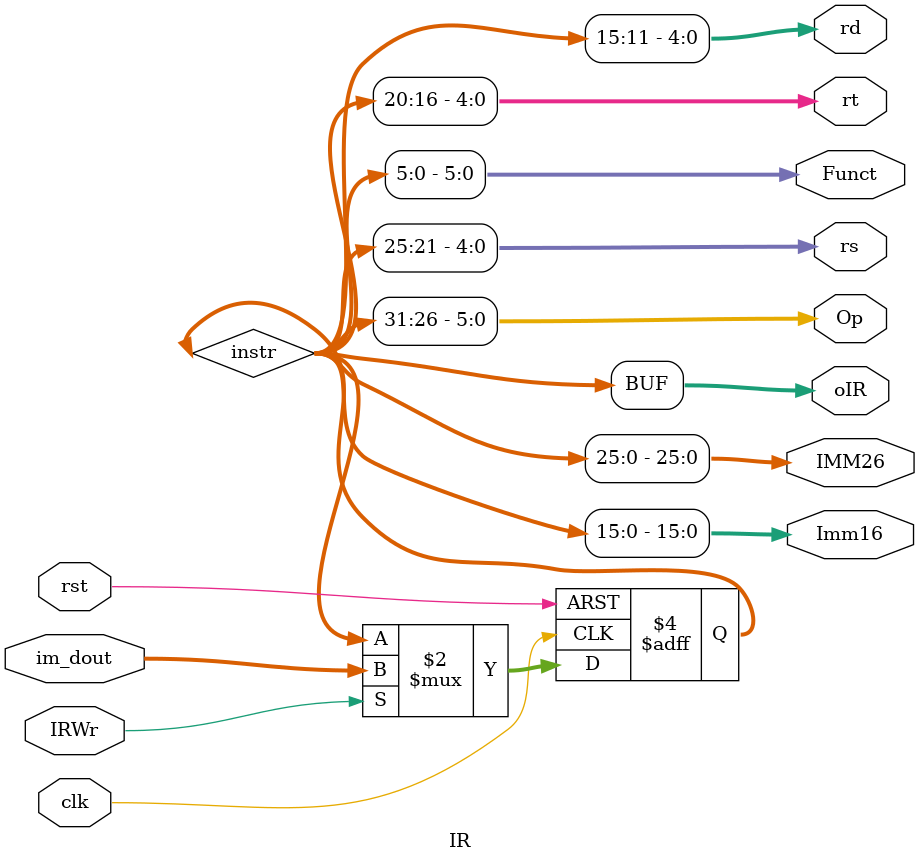
<source format=v>
module IR (clk, rst, IRWr, im_dout,Op,rs,rt,rd,Funct,Imm16,IMM26,oIR);
               
   input         clk;
   input         rst;
   input         IRWr; 
   input  [31:0] im_dout;
   output [5:0] Op,Funct;
   output [4:0] rs,rt,rd;
   output [15:0] Imm16;
   output [25:0] IMM26;
   output  [31:0] oIR;
   
   reg [31:0] instr;
      
   assign Op = instr[31:26];
   assign Funct = instr[5:0];
   assign rs = instr[25:21];
   assign rt = instr[20:16];
   assign rd = instr[15:11];
   assign Imm16 = instr[15:0];
   assign IMM26 = instr[25:0];
   assign oIR=instr;
               
   always @(posedge clk or posedge rst) begin
      if ( rst ) 
         instr <= 0;
      else if (IRWr)
         instr <= im_dout;
   end // end always
      
endmodule

</source>
